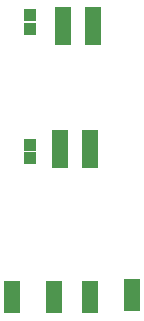
<source format=gbr>
G04 EAGLE Gerber RS-274X export*
G75*
%MOMM*%
%FSLAX34Y34*%
%LPD*%
%INSoldermask Top*%
%IPPOS*%
%AMOC8*
5,1,8,0,0,1.08239X$1,22.5*%
G01*
%ADD10R,1.103200X1.053200*%
%ADD11R,1.473200X3.251200*%
%ADD12R,1.473200X2.743200*%


D10*
X61530Y171760D03*
X61530Y183360D03*
X61910Y281560D03*
X61910Y293160D03*
D11*
X87160Y179570D03*
X112560Y179570D03*
X114700Y283650D03*
X89300Y283650D03*
D12*
X112550Y54730D03*
X46380Y54680D03*
X81650Y54290D03*
X147620Y56020D03*
M02*

</source>
